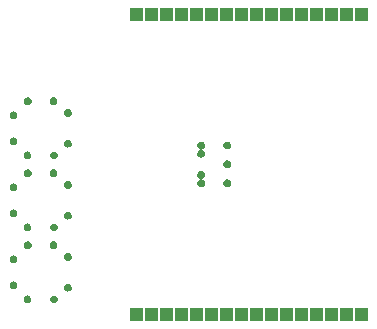
<source format=gbs>
G04 #@! TF.GenerationSoftware,KiCad,Pcbnew,(5.1.5)-3*
G04 #@! TF.CreationDate,2020-01-06T20:33:49-07:00*
G04 #@! TF.ProjectId,rf,72662e6b-6963-4616-945f-706362585858,A*
G04 #@! TF.SameCoordinates,PX811c3f0PY66a06fc*
G04 #@! TF.FileFunction,Soldermask,Bot*
G04 #@! TF.FilePolarity,Negative*
%FSLAX46Y46*%
G04 Gerber Fmt 4.6, Leading zero omitted, Abs format (unit mm)*
G04 Created by KiCad (PCBNEW (5.1.5)-3) date 2020-01-06 20:33:49*
%MOMM*%
%LPD*%
G04 APERTURE LIST*
%ADD10C,0.100000*%
G04 APERTURE END LIST*
D10*
G36*
X12214000Y-530000D02*
G01*
X11154000Y-530000D01*
X11154000Y530000D01*
X12214000Y530000D01*
X12214000Y-530000D01*
G37*
G36*
X21104000Y-530000D02*
G01*
X20044000Y-530000D01*
X20044000Y530000D01*
X21104000Y530000D01*
X21104000Y-530000D01*
G37*
G36*
X13484000Y-530000D02*
G01*
X12424000Y-530000D01*
X12424000Y530000D01*
X13484000Y530000D01*
X13484000Y-530000D01*
G37*
G36*
X14754000Y-530000D02*
G01*
X13694000Y-530000D01*
X13694000Y530000D01*
X14754000Y530000D01*
X14754000Y-530000D01*
G37*
G36*
X16024000Y-530000D02*
G01*
X14964000Y-530000D01*
X14964000Y530000D01*
X16024000Y530000D01*
X16024000Y-530000D01*
G37*
G36*
X17294000Y-530000D02*
G01*
X16234000Y-530000D01*
X16234000Y530000D01*
X17294000Y530000D01*
X17294000Y-530000D01*
G37*
G36*
X18564000Y-530000D02*
G01*
X17504000Y-530000D01*
X17504000Y530000D01*
X18564000Y530000D01*
X18564000Y-530000D01*
G37*
G36*
X19834000Y-530000D02*
G01*
X18774000Y-530000D01*
X18774000Y530000D01*
X19834000Y530000D01*
X19834000Y-530000D01*
G37*
G36*
X23644000Y-530000D02*
G01*
X22584000Y-530000D01*
X22584000Y530000D01*
X23644000Y530000D01*
X23644000Y-530000D01*
G37*
G36*
X31264000Y-530000D02*
G01*
X30204000Y-530000D01*
X30204000Y530000D01*
X31264000Y530000D01*
X31264000Y-530000D01*
G37*
G36*
X29994000Y-530000D02*
G01*
X28934000Y-530000D01*
X28934000Y530000D01*
X29994000Y530000D01*
X29994000Y-530000D01*
G37*
G36*
X28724000Y-530000D02*
G01*
X27664000Y-530000D01*
X27664000Y530000D01*
X28724000Y530000D01*
X28724000Y-530000D01*
G37*
G36*
X26184000Y-530000D02*
G01*
X25124000Y-530000D01*
X25124000Y530000D01*
X26184000Y530000D01*
X26184000Y-530000D01*
G37*
G36*
X22374000Y-530000D02*
G01*
X21314000Y-530000D01*
X21314000Y530000D01*
X22374000Y530000D01*
X22374000Y-530000D01*
G37*
G36*
X27454000Y-530000D02*
G01*
X26394000Y-530000D01*
X26394000Y530000D01*
X27454000Y530000D01*
X27454000Y-530000D01*
G37*
G36*
X24914000Y-530000D02*
G01*
X23854000Y-530000D01*
X23854000Y530000D01*
X24914000Y530000D01*
X24914000Y-530000D01*
G37*
G36*
X4754164Y1590928D02*
G01*
X4792418Y1583319D01*
X4852474Y1558442D01*
X4906523Y1522328D01*
X4952488Y1476363D01*
X4988602Y1422314D01*
X5013479Y1362258D01*
X5026160Y1298502D01*
X5026160Y1233498D01*
X5013479Y1169742D01*
X4988602Y1109686D01*
X4952488Y1055637D01*
X4906523Y1009672D01*
X4852474Y973558D01*
X4792418Y948681D01*
X4754164Y941072D01*
X4728664Y936000D01*
X4663656Y936000D01*
X4638156Y941072D01*
X4599902Y948681D01*
X4539846Y973558D01*
X4485797Y1009672D01*
X4439832Y1055637D01*
X4403718Y1109686D01*
X4378841Y1169742D01*
X4366160Y1233498D01*
X4366160Y1298502D01*
X4378841Y1362258D01*
X4403718Y1422314D01*
X4439832Y1476363D01*
X4485797Y1522328D01*
X4539846Y1558442D01*
X4599902Y1583319D01*
X4638156Y1590928D01*
X4663656Y1596000D01*
X4728664Y1596000D01*
X4754164Y1590928D01*
G37*
G36*
X2504164Y1590928D02*
G01*
X2542418Y1583319D01*
X2602474Y1558442D01*
X2656523Y1522328D01*
X2702488Y1476363D01*
X2738602Y1422314D01*
X2763479Y1362258D01*
X2776160Y1298502D01*
X2776160Y1233498D01*
X2763479Y1169742D01*
X2738602Y1109686D01*
X2702488Y1055637D01*
X2656523Y1009672D01*
X2602474Y973558D01*
X2542418Y948681D01*
X2504164Y941072D01*
X2478664Y936000D01*
X2413656Y936000D01*
X2388156Y941072D01*
X2349902Y948681D01*
X2289846Y973558D01*
X2235797Y1009672D01*
X2189832Y1055637D01*
X2153718Y1109686D01*
X2128841Y1169742D01*
X2116160Y1233498D01*
X2116160Y1298502D01*
X2128841Y1362258D01*
X2153718Y1422314D01*
X2189832Y1476363D01*
X2235797Y1522328D01*
X2289846Y1558442D01*
X2349902Y1583319D01*
X2388156Y1590928D01*
X2413656Y1596000D01*
X2478664Y1596000D01*
X2504164Y1590928D01*
G37*
G36*
X5924164Y2580928D02*
G01*
X5962418Y2573319D01*
X6022474Y2548442D01*
X6076523Y2512328D01*
X6122488Y2466363D01*
X6158602Y2412314D01*
X6183479Y2352258D01*
X6196160Y2288502D01*
X6196160Y2223498D01*
X6183479Y2159742D01*
X6158602Y2099686D01*
X6122488Y2045637D01*
X6076523Y1999672D01*
X6022474Y1963558D01*
X5962418Y1938681D01*
X5924164Y1931072D01*
X5898664Y1926000D01*
X5833656Y1926000D01*
X5808156Y1931072D01*
X5769902Y1938681D01*
X5709846Y1963558D01*
X5655797Y1999672D01*
X5609832Y2045637D01*
X5573718Y2099686D01*
X5548841Y2159742D01*
X5536160Y2223498D01*
X5536160Y2288502D01*
X5548841Y2352258D01*
X5573718Y2412314D01*
X5609832Y2466363D01*
X5655797Y2512328D01*
X5709846Y2548442D01*
X5769902Y2573319D01*
X5808156Y2580928D01*
X5833656Y2586000D01*
X5898664Y2586000D01*
X5924164Y2580928D01*
G37*
G36*
X1324164Y2780928D02*
G01*
X1362418Y2773319D01*
X1422474Y2748442D01*
X1476523Y2712328D01*
X1522488Y2666363D01*
X1558602Y2612314D01*
X1583479Y2552258D01*
X1596160Y2488502D01*
X1596160Y2423498D01*
X1583479Y2359742D01*
X1558602Y2299686D01*
X1522488Y2245637D01*
X1476523Y2199672D01*
X1422474Y2163558D01*
X1362418Y2138681D01*
X1324164Y2131072D01*
X1298664Y2126000D01*
X1233656Y2126000D01*
X1208156Y2131072D01*
X1169902Y2138681D01*
X1109846Y2163558D01*
X1055797Y2199672D01*
X1009832Y2245637D01*
X973718Y2299686D01*
X948841Y2359742D01*
X936160Y2423498D01*
X936160Y2488502D01*
X948841Y2552258D01*
X973718Y2612314D01*
X1009832Y2666363D01*
X1055797Y2712328D01*
X1109846Y2748442D01*
X1169902Y2773319D01*
X1208156Y2780928D01*
X1233656Y2786000D01*
X1298664Y2786000D01*
X1324164Y2780928D01*
G37*
G36*
X1324164Y4980928D02*
G01*
X1362418Y4973319D01*
X1422474Y4948442D01*
X1476523Y4912328D01*
X1522488Y4866363D01*
X1558602Y4812314D01*
X1583479Y4752258D01*
X1596160Y4688502D01*
X1596160Y4623498D01*
X1583479Y4559742D01*
X1558602Y4499686D01*
X1522488Y4445637D01*
X1476523Y4399672D01*
X1422474Y4363558D01*
X1362418Y4338681D01*
X1324164Y4331072D01*
X1298664Y4326000D01*
X1233656Y4326000D01*
X1208156Y4331072D01*
X1169902Y4338681D01*
X1109846Y4363558D01*
X1055797Y4399672D01*
X1009832Y4445637D01*
X973718Y4499686D01*
X948841Y4559742D01*
X936160Y4623498D01*
X936160Y4688502D01*
X948841Y4752258D01*
X973718Y4812314D01*
X1009832Y4866363D01*
X1055797Y4912328D01*
X1109846Y4948442D01*
X1169902Y4973319D01*
X1208156Y4980928D01*
X1233656Y4986000D01*
X1298664Y4986000D01*
X1324164Y4980928D01*
G37*
G36*
X5924164Y5180928D02*
G01*
X5962418Y5173319D01*
X6022474Y5148442D01*
X6076523Y5112328D01*
X6122488Y5066363D01*
X6158602Y5012314D01*
X6183479Y4952258D01*
X6196160Y4888502D01*
X6196160Y4823498D01*
X6183479Y4759742D01*
X6158602Y4699686D01*
X6122488Y4645637D01*
X6076523Y4599672D01*
X6022474Y4563558D01*
X5962418Y4538681D01*
X5924164Y4531072D01*
X5898664Y4526000D01*
X5833656Y4526000D01*
X5808156Y4531072D01*
X5769902Y4538681D01*
X5709846Y4563558D01*
X5655797Y4599672D01*
X5609832Y4645637D01*
X5573718Y4699686D01*
X5548841Y4759742D01*
X5536160Y4823498D01*
X5536160Y4888502D01*
X5548841Y4952258D01*
X5573718Y5012314D01*
X5609832Y5066363D01*
X5655797Y5112328D01*
X5709846Y5148442D01*
X5769902Y5173319D01*
X5808156Y5180928D01*
X5833656Y5186000D01*
X5898664Y5186000D01*
X5924164Y5180928D01*
G37*
G36*
X2534164Y6180928D02*
G01*
X2572418Y6173319D01*
X2632474Y6148442D01*
X2686523Y6112328D01*
X2732488Y6066363D01*
X2768602Y6012314D01*
X2793479Y5952258D01*
X2806160Y5888502D01*
X2806160Y5823498D01*
X2793479Y5759742D01*
X2768602Y5699686D01*
X2732488Y5645637D01*
X2686523Y5599672D01*
X2632474Y5563558D01*
X2572418Y5538681D01*
X2534164Y5531072D01*
X2508664Y5526000D01*
X2443656Y5526000D01*
X2418156Y5531072D01*
X2379902Y5538681D01*
X2319846Y5563558D01*
X2265797Y5599672D01*
X2219832Y5645637D01*
X2183718Y5699686D01*
X2158841Y5759742D01*
X2146160Y5823498D01*
X2146160Y5888502D01*
X2158841Y5952258D01*
X2183718Y6012314D01*
X2219832Y6066363D01*
X2265797Y6112328D01*
X2319846Y6148442D01*
X2379902Y6173319D01*
X2418156Y6180928D01*
X2443656Y6186000D01*
X2508664Y6186000D01*
X2534164Y6180928D01*
G37*
G36*
X4704164Y6180928D02*
G01*
X4742418Y6173319D01*
X4802474Y6148442D01*
X4856523Y6112328D01*
X4902488Y6066363D01*
X4938602Y6012314D01*
X4963479Y5952258D01*
X4976160Y5888502D01*
X4976160Y5823498D01*
X4963479Y5759742D01*
X4938602Y5699686D01*
X4902488Y5645637D01*
X4856523Y5599672D01*
X4802474Y5563558D01*
X4742418Y5538681D01*
X4704164Y5531072D01*
X4678664Y5526000D01*
X4613656Y5526000D01*
X4588156Y5531072D01*
X4549902Y5538681D01*
X4489846Y5563558D01*
X4435797Y5599672D01*
X4389832Y5645637D01*
X4353718Y5699686D01*
X4328841Y5759742D01*
X4316160Y5823498D01*
X4316160Y5888502D01*
X4328841Y5952258D01*
X4353718Y6012314D01*
X4389832Y6066363D01*
X4435797Y6112328D01*
X4489846Y6148442D01*
X4549902Y6173319D01*
X4588156Y6180928D01*
X4613656Y6186000D01*
X4678664Y6186000D01*
X4704164Y6180928D01*
G37*
G36*
X2504164Y7686928D02*
G01*
X2542418Y7679319D01*
X2602474Y7654442D01*
X2656523Y7618328D01*
X2702488Y7572363D01*
X2738602Y7518314D01*
X2763479Y7458258D01*
X2776160Y7394502D01*
X2776160Y7329498D01*
X2763479Y7265742D01*
X2738602Y7205686D01*
X2702488Y7151637D01*
X2656523Y7105672D01*
X2602474Y7069558D01*
X2542418Y7044681D01*
X2504164Y7037072D01*
X2478664Y7032000D01*
X2413656Y7032000D01*
X2388156Y7037072D01*
X2349902Y7044681D01*
X2289846Y7069558D01*
X2235797Y7105672D01*
X2189832Y7151637D01*
X2153718Y7205686D01*
X2128841Y7265742D01*
X2116160Y7329498D01*
X2116160Y7394502D01*
X2128841Y7458258D01*
X2153718Y7518314D01*
X2189832Y7572363D01*
X2235797Y7618328D01*
X2289846Y7654442D01*
X2349902Y7679319D01*
X2388156Y7686928D01*
X2413656Y7692000D01*
X2478664Y7692000D01*
X2504164Y7686928D01*
G37*
G36*
X4754164Y7686928D02*
G01*
X4792418Y7679319D01*
X4852474Y7654442D01*
X4906523Y7618328D01*
X4952488Y7572363D01*
X4988602Y7518314D01*
X5013479Y7458258D01*
X5026160Y7394502D01*
X5026160Y7329498D01*
X5013479Y7265742D01*
X4988602Y7205686D01*
X4952488Y7151637D01*
X4906523Y7105672D01*
X4852474Y7069558D01*
X4792418Y7044681D01*
X4754164Y7037072D01*
X4728664Y7032000D01*
X4663656Y7032000D01*
X4638156Y7037072D01*
X4599902Y7044681D01*
X4539846Y7069558D01*
X4485797Y7105672D01*
X4439832Y7151637D01*
X4403718Y7205686D01*
X4378841Y7265742D01*
X4366160Y7329498D01*
X4366160Y7394502D01*
X4378841Y7458258D01*
X4403718Y7518314D01*
X4439832Y7572363D01*
X4485797Y7618328D01*
X4539846Y7654442D01*
X4599902Y7679319D01*
X4638156Y7686928D01*
X4663656Y7692000D01*
X4728664Y7692000D01*
X4754164Y7686928D01*
G37*
G36*
X5924164Y8676928D02*
G01*
X5962418Y8669319D01*
X6022474Y8644442D01*
X6076523Y8608328D01*
X6122488Y8562363D01*
X6158602Y8508314D01*
X6183479Y8448258D01*
X6196160Y8384502D01*
X6196160Y8319498D01*
X6183479Y8255742D01*
X6158602Y8195686D01*
X6122488Y8141637D01*
X6076523Y8095672D01*
X6022474Y8059558D01*
X5962418Y8034681D01*
X5924164Y8027072D01*
X5898664Y8022000D01*
X5833656Y8022000D01*
X5808156Y8027072D01*
X5769902Y8034681D01*
X5709846Y8059558D01*
X5655797Y8095672D01*
X5609832Y8141637D01*
X5573718Y8195686D01*
X5548841Y8255742D01*
X5536160Y8319498D01*
X5536160Y8384502D01*
X5548841Y8448258D01*
X5573718Y8508314D01*
X5609832Y8562363D01*
X5655797Y8608328D01*
X5709846Y8644442D01*
X5769902Y8669319D01*
X5808156Y8676928D01*
X5833656Y8682000D01*
X5898664Y8682000D01*
X5924164Y8676928D01*
G37*
G36*
X1324164Y8876928D02*
G01*
X1362418Y8869319D01*
X1422474Y8844442D01*
X1476523Y8808328D01*
X1522488Y8762363D01*
X1558602Y8708314D01*
X1583479Y8648258D01*
X1596160Y8584502D01*
X1596160Y8519498D01*
X1583479Y8455742D01*
X1558602Y8395686D01*
X1522488Y8341637D01*
X1476523Y8295672D01*
X1422474Y8259558D01*
X1362418Y8234681D01*
X1324164Y8227072D01*
X1298664Y8222000D01*
X1233656Y8222000D01*
X1208156Y8227072D01*
X1169902Y8234681D01*
X1109846Y8259558D01*
X1055797Y8295672D01*
X1009832Y8341637D01*
X973718Y8395686D01*
X948841Y8455742D01*
X936160Y8519498D01*
X936160Y8584502D01*
X948841Y8648258D01*
X973718Y8708314D01*
X1009832Y8762363D01*
X1055797Y8808328D01*
X1109846Y8844442D01*
X1169902Y8869319D01*
X1208156Y8876928D01*
X1233656Y8882000D01*
X1298664Y8882000D01*
X1324164Y8876928D01*
G37*
G36*
X1324164Y11076928D02*
G01*
X1362418Y11069319D01*
X1422474Y11044442D01*
X1476523Y11008328D01*
X1522488Y10962363D01*
X1558602Y10908314D01*
X1583479Y10848258D01*
X1596160Y10784502D01*
X1596160Y10719498D01*
X1583479Y10655742D01*
X1558602Y10595686D01*
X1522488Y10541637D01*
X1476523Y10495672D01*
X1422474Y10459558D01*
X1362418Y10434681D01*
X1324164Y10427072D01*
X1298664Y10422000D01*
X1233656Y10422000D01*
X1208156Y10427072D01*
X1169902Y10434681D01*
X1109846Y10459558D01*
X1055797Y10495672D01*
X1009832Y10541637D01*
X973718Y10595686D01*
X948841Y10655742D01*
X936160Y10719498D01*
X936160Y10784502D01*
X948841Y10848258D01*
X973718Y10908314D01*
X1009832Y10962363D01*
X1055797Y11008328D01*
X1109846Y11044442D01*
X1169902Y11069319D01*
X1208156Y11076928D01*
X1233656Y11082000D01*
X1298664Y11082000D01*
X1324164Y11076928D01*
G37*
G36*
X5924164Y11276928D02*
G01*
X5962418Y11269319D01*
X6022474Y11244442D01*
X6076523Y11208328D01*
X6122488Y11162363D01*
X6158602Y11108314D01*
X6183479Y11048258D01*
X6196160Y10984502D01*
X6196160Y10919498D01*
X6183479Y10855742D01*
X6158602Y10795686D01*
X6122488Y10741637D01*
X6076523Y10695672D01*
X6022474Y10659558D01*
X5962418Y10634681D01*
X5924164Y10627072D01*
X5898664Y10622000D01*
X5833656Y10622000D01*
X5808156Y10627072D01*
X5769902Y10634681D01*
X5709846Y10659558D01*
X5655797Y10695672D01*
X5609832Y10741637D01*
X5573718Y10795686D01*
X5548841Y10855742D01*
X5536160Y10919498D01*
X5536160Y10984502D01*
X5548841Y11048258D01*
X5573718Y11108314D01*
X5609832Y11162363D01*
X5655797Y11208328D01*
X5709846Y11244442D01*
X5769902Y11269319D01*
X5808156Y11276928D01*
X5833656Y11282000D01*
X5898664Y11282000D01*
X5924164Y11276928D01*
G37*
G36*
X19415104Y11424928D02*
G01*
X19453358Y11417319D01*
X19513414Y11392442D01*
X19567463Y11356328D01*
X19613428Y11310363D01*
X19649542Y11256314D01*
X19674419Y11196258D01*
X19687100Y11132502D01*
X19687100Y11067498D01*
X19674419Y11003742D01*
X19649542Y10943686D01*
X19613428Y10889637D01*
X19567463Y10843672D01*
X19513414Y10807558D01*
X19453358Y10782681D01*
X19415104Y10775072D01*
X19389604Y10770000D01*
X19324596Y10770000D01*
X19299096Y10775072D01*
X19260842Y10782681D01*
X19200786Y10807558D01*
X19146737Y10843672D01*
X19100772Y10889637D01*
X19064658Y10943686D01*
X19039781Y11003742D01*
X19027100Y11067498D01*
X19027100Y11132502D01*
X19039781Y11196258D01*
X19064658Y11256314D01*
X19100772Y11310363D01*
X19146737Y11356328D01*
X19200786Y11392442D01*
X19260842Y11417319D01*
X19299096Y11424928D01*
X19324596Y11430000D01*
X19389604Y11430000D01*
X19415104Y11424928D01*
G37*
G36*
X17215104Y12124928D02*
G01*
X17253358Y12117319D01*
X17313414Y12092442D01*
X17367463Y12056328D01*
X17413428Y12010363D01*
X17449542Y11956314D01*
X17474419Y11896258D01*
X17487100Y11832502D01*
X17487100Y11767498D01*
X17474419Y11703742D01*
X17449542Y11643686D01*
X17413428Y11589637D01*
X17367463Y11543672D01*
X17313414Y11507558D01*
X17253358Y11482681D01*
X17253353Y11482680D01*
X17252520Y11482335D01*
X17246469Y11479101D01*
X17241165Y11474748D01*
X17236812Y11469445D01*
X17233578Y11463394D01*
X17231587Y11456828D01*
X17230914Y11450000D01*
X17231586Y11443172D01*
X17233578Y11436607D01*
X17236812Y11430556D01*
X17241165Y11425252D01*
X17246468Y11420899D01*
X17252520Y11417665D01*
X17253353Y11417320D01*
X17253358Y11417319D01*
X17313414Y11392442D01*
X17367463Y11356328D01*
X17413428Y11310363D01*
X17449542Y11256314D01*
X17474419Y11196258D01*
X17487100Y11132502D01*
X17487100Y11067498D01*
X17474419Y11003742D01*
X17449542Y10943686D01*
X17413428Y10889637D01*
X17367463Y10843672D01*
X17313414Y10807558D01*
X17253358Y10782681D01*
X17215104Y10775072D01*
X17189604Y10770000D01*
X17124596Y10770000D01*
X17099096Y10775072D01*
X17060842Y10782681D01*
X17000786Y10807558D01*
X16946737Y10843672D01*
X16900772Y10889637D01*
X16864658Y10943686D01*
X16839781Y11003742D01*
X16827100Y11067498D01*
X16827100Y11132502D01*
X16839781Y11196258D01*
X16864658Y11256314D01*
X16900772Y11310363D01*
X16946737Y11356328D01*
X17000786Y11392442D01*
X17060842Y11417319D01*
X17060847Y11417320D01*
X17061680Y11417665D01*
X17067731Y11420899D01*
X17073035Y11425252D01*
X17077388Y11430555D01*
X17080622Y11436606D01*
X17082613Y11443172D01*
X17083286Y11450000D01*
X17082614Y11456828D01*
X17080622Y11463393D01*
X17077388Y11469444D01*
X17073035Y11474748D01*
X17067732Y11479101D01*
X17061680Y11482335D01*
X17060847Y11482680D01*
X17060842Y11482681D01*
X17000786Y11507558D01*
X16946737Y11543672D01*
X16900772Y11589637D01*
X16864658Y11643686D01*
X16839781Y11703742D01*
X16827100Y11767498D01*
X16827100Y11832502D01*
X16839781Y11896258D01*
X16864658Y11956314D01*
X16900772Y12010363D01*
X16946737Y12056328D01*
X17000786Y12092442D01*
X17060842Y12117319D01*
X17099096Y12124928D01*
X17124596Y12130000D01*
X17189604Y12130000D01*
X17215104Y12124928D01*
G37*
G36*
X4704164Y12276928D02*
G01*
X4742418Y12269319D01*
X4802474Y12244442D01*
X4856523Y12208328D01*
X4902488Y12162363D01*
X4938602Y12108314D01*
X4963479Y12048258D01*
X4976160Y11984502D01*
X4976160Y11919498D01*
X4963479Y11855742D01*
X4938602Y11795686D01*
X4902488Y11741637D01*
X4856523Y11695672D01*
X4802474Y11659558D01*
X4742418Y11634681D01*
X4704164Y11627072D01*
X4678664Y11622000D01*
X4613656Y11622000D01*
X4588156Y11627072D01*
X4549902Y11634681D01*
X4489846Y11659558D01*
X4435797Y11695672D01*
X4389832Y11741637D01*
X4353718Y11795686D01*
X4328841Y11855742D01*
X4316160Y11919498D01*
X4316160Y11984502D01*
X4328841Y12048258D01*
X4353718Y12108314D01*
X4389832Y12162363D01*
X4435797Y12208328D01*
X4489846Y12244442D01*
X4549902Y12269319D01*
X4588156Y12276928D01*
X4613656Y12282000D01*
X4678664Y12282000D01*
X4704164Y12276928D01*
G37*
G36*
X2534164Y12276928D02*
G01*
X2572418Y12269319D01*
X2632474Y12244442D01*
X2686523Y12208328D01*
X2732488Y12162363D01*
X2768602Y12108314D01*
X2793479Y12048258D01*
X2806160Y11984502D01*
X2806160Y11919498D01*
X2793479Y11855742D01*
X2768602Y11795686D01*
X2732488Y11741637D01*
X2686523Y11695672D01*
X2632474Y11659558D01*
X2572418Y11634681D01*
X2534164Y11627072D01*
X2508664Y11622000D01*
X2443656Y11622000D01*
X2418156Y11627072D01*
X2379902Y11634681D01*
X2319846Y11659558D01*
X2265797Y11695672D01*
X2219832Y11741637D01*
X2183718Y11795686D01*
X2158841Y11855742D01*
X2146160Y11919498D01*
X2146160Y11984502D01*
X2158841Y12048258D01*
X2183718Y12108314D01*
X2219832Y12162363D01*
X2265797Y12208328D01*
X2319846Y12244442D01*
X2379902Y12269319D01*
X2418156Y12276928D01*
X2443656Y12282000D01*
X2508664Y12282000D01*
X2534164Y12276928D01*
G37*
G36*
X19415104Y13024928D02*
G01*
X19453358Y13017319D01*
X19513414Y12992442D01*
X19567463Y12956328D01*
X19613428Y12910363D01*
X19649542Y12856314D01*
X19674419Y12796258D01*
X19687100Y12732502D01*
X19687100Y12667498D01*
X19674419Y12603742D01*
X19649542Y12543686D01*
X19613428Y12489637D01*
X19567463Y12443672D01*
X19513414Y12407558D01*
X19453358Y12382681D01*
X19415104Y12375072D01*
X19389604Y12370000D01*
X19324596Y12370000D01*
X19299096Y12375072D01*
X19260842Y12382681D01*
X19200786Y12407558D01*
X19146737Y12443672D01*
X19100772Y12489637D01*
X19064658Y12543686D01*
X19039781Y12603742D01*
X19027100Y12667498D01*
X19027100Y12732502D01*
X19039781Y12796258D01*
X19064658Y12856314D01*
X19100772Y12910363D01*
X19146737Y12956328D01*
X19200786Y12992442D01*
X19260842Y13017319D01*
X19299096Y13024928D01*
X19324596Y13030000D01*
X19389604Y13030000D01*
X19415104Y13024928D01*
G37*
G36*
X4754164Y13782928D02*
G01*
X4792418Y13775319D01*
X4852474Y13750442D01*
X4906523Y13714328D01*
X4952488Y13668363D01*
X4988602Y13614314D01*
X5013479Y13554258D01*
X5026160Y13490502D01*
X5026160Y13425498D01*
X5013479Y13361742D01*
X4988602Y13301686D01*
X4952488Y13247637D01*
X4906523Y13201672D01*
X4852474Y13165558D01*
X4792418Y13140681D01*
X4754164Y13133072D01*
X4728664Y13128000D01*
X4663656Y13128000D01*
X4638156Y13133072D01*
X4599902Y13140681D01*
X4539846Y13165558D01*
X4485797Y13201672D01*
X4439832Y13247637D01*
X4403718Y13301686D01*
X4378841Y13361742D01*
X4366160Y13425498D01*
X4366160Y13490502D01*
X4378841Y13554258D01*
X4403718Y13614314D01*
X4439832Y13668363D01*
X4485797Y13714328D01*
X4539846Y13750442D01*
X4599902Y13775319D01*
X4638156Y13782928D01*
X4663656Y13788000D01*
X4728664Y13788000D01*
X4754164Y13782928D01*
G37*
G36*
X2504164Y13782928D02*
G01*
X2542418Y13775319D01*
X2602474Y13750442D01*
X2656523Y13714328D01*
X2702488Y13668363D01*
X2738602Y13614314D01*
X2763479Y13554258D01*
X2776160Y13490502D01*
X2776160Y13425498D01*
X2763479Y13361742D01*
X2738602Y13301686D01*
X2702488Y13247637D01*
X2656523Y13201672D01*
X2602474Y13165558D01*
X2542418Y13140681D01*
X2504164Y13133072D01*
X2478664Y13128000D01*
X2413656Y13128000D01*
X2388156Y13133072D01*
X2349902Y13140681D01*
X2289846Y13165558D01*
X2235797Y13201672D01*
X2189832Y13247637D01*
X2153718Y13301686D01*
X2128841Y13361742D01*
X2116160Y13425498D01*
X2116160Y13490502D01*
X2128841Y13554258D01*
X2153718Y13614314D01*
X2189832Y13668363D01*
X2235797Y13714328D01*
X2289846Y13750442D01*
X2349902Y13775319D01*
X2388156Y13782928D01*
X2413656Y13788000D01*
X2478664Y13788000D01*
X2504164Y13782928D01*
G37*
G36*
X17215104Y14624928D02*
G01*
X17253358Y14617319D01*
X17313414Y14592442D01*
X17367463Y14556328D01*
X17413428Y14510363D01*
X17449542Y14456314D01*
X17474419Y14396258D01*
X17487100Y14332502D01*
X17487100Y14267498D01*
X17474419Y14203742D01*
X17449542Y14143686D01*
X17413428Y14089637D01*
X17367463Y14043672D01*
X17313414Y14007558D01*
X17253358Y13982681D01*
X17253353Y13982680D01*
X17252520Y13982335D01*
X17246469Y13979101D01*
X17241165Y13974748D01*
X17236812Y13969445D01*
X17233578Y13963394D01*
X17231587Y13956828D01*
X17230914Y13950000D01*
X17231586Y13943172D01*
X17233578Y13936607D01*
X17236812Y13930556D01*
X17241165Y13925252D01*
X17246468Y13920899D01*
X17252520Y13917665D01*
X17253353Y13917320D01*
X17253358Y13917319D01*
X17313414Y13892442D01*
X17367463Y13856328D01*
X17413428Y13810363D01*
X17449542Y13756314D01*
X17474419Y13696258D01*
X17487100Y13632502D01*
X17487100Y13567498D01*
X17474419Y13503742D01*
X17449542Y13443686D01*
X17413428Y13389637D01*
X17367463Y13343672D01*
X17313414Y13307558D01*
X17253358Y13282681D01*
X17215104Y13275072D01*
X17189604Y13270000D01*
X17124596Y13270000D01*
X17099096Y13275072D01*
X17060842Y13282681D01*
X17000786Y13307558D01*
X16946737Y13343672D01*
X16900772Y13389637D01*
X16864658Y13443686D01*
X16839781Y13503742D01*
X16827100Y13567498D01*
X16827100Y13632502D01*
X16839781Y13696258D01*
X16864658Y13756314D01*
X16900772Y13810363D01*
X16946737Y13856328D01*
X17000786Y13892442D01*
X17060842Y13917319D01*
X17060847Y13917320D01*
X17061680Y13917665D01*
X17067731Y13920899D01*
X17073035Y13925252D01*
X17077388Y13930555D01*
X17080622Y13936606D01*
X17082613Y13943172D01*
X17083286Y13950000D01*
X17082614Y13956828D01*
X17080622Y13963393D01*
X17077388Y13969444D01*
X17073035Y13974748D01*
X17067732Y13979101D01*
X17061680Y13982335D01*
X17060847Y13982680D01*
X17060842Y13982681D01*
X17000786Y14007558D01*
X16946737Y14043672D01*
X16900772Y14089637D01*
X16864658Y14143686D01*
X16839781Y14203742D01*
X16827100Y14267498D01*
X16827100Y14332502D01*
X16839781Y14396258D01*
X16864658Y14456314D01*
X16900772Y14510363D01*
X16946737Y14556328D01*
X17000786Y14592442D01*
X17060842Y14617319D01*
X17099096Y14624928D01*
X17124596Y14630000D01*
X17189604Y14630000D01*
X17215104Y14624928D01*
G37*
G36*
X19415104Y14624928D02*
G01*
X19453358Y14617319D01*
X19513414Y14592442D01*
X19567463Y14556328D01*
X19613428Y14510363D01*
X19649542Y14456314D01*
X19674419Y14396258D01*
X19687100Y14332502D01*
X19687100Y14267498D01*
X19674419Y14203742D01*
X19649542Y14143686D01*
X19613428Y14089637D01*
X19567463Y14043672D01*
X19513414Y14007558D01*
X19453358Y13982681D01*
X19415104Y13975072D01*
X19389604Y13970000D01*
X19324596Y13970000D01*
X19299096Y13975072D01*
X19260842Y13982681D01*
X19200786Y14007558D01*
X19146737Y14043672D01*
X19100772Y14089637D01*
X19064658Y14143686D01*
X19039781Y14203742D01*
X19027100Y14267498D01*
X19027100Y14332502D01*
X19039781Y14396258D01*
X19064658Y14456314D01*
X19100772Y14510363D01*
X19146737Y14556328D01*
X19200786Y14592442D01*
X19260842Y14617319D01*
X19299096Y14624928D01*
X19324596Y14630000D01*
X19389604Y14630000D01*
X19415104Y14624928D01*
G37*
G36*
X5924164Y14772928D02*
G01*
X5962418Y14765319D01*
X6022474Y14740442D01*
X6076523Y14704328D01*
X6122488Y14658363D01*
X6158602Y14604314D01*
X6183479Y14544258D01*
X6196160Y14480502D01*
X6196160Y14415498D01*
X6183479Y14351742D01*
X6158602Y14291686D01*
X6122488Y14237637D01*
X6076523Y14191672D01*
X6022474Y14155558D01*
X5962418Y14130681D01*
X5924164Y14123072D01*
X5898664Y14118000D01*
X5833656Y14118000D01*
X5808156Y14123072D01*
X5769902Y14130681D01*
X5709846Y14155558D01*
X5655797Y14191672D01*
X5609832Y14237637D01*
X5573718Y14291686D01*
X5548841Y14351742D01*
X5536160Y14415498D01*
X5536160Y14480502D01*
X5548841Y14544258D01*
X5573718Y14604314D01*
X5609832Y14658363D01*
X5655797Y14704328D01*
X5709846Y14740442D01*
X5769902Y14765319D01*
X5808156Y14772928D01*
X5833656Y14778000D01*
X5898664Y14778000D01*
X5924164Y14772928D01*
G37*
G36*
X1324164Y14972928D02*
G01*
X1362418Y14965319D01*
X1422474Y14940442D01*
X1476523Y14904328D01*
X1522488Y14858363D01*
X1558602Y14804314D01*
X1583479Y14744258D01*
X1596160Y14680502D01*
X1596160Y14615498D01*
X1583479Y14551742D01*
X1558602Y14491686D01*
X1522488Y14437637D01*
X1476523Y14391672D01*
X1422474Y14355558D01*
X1362418Y14330681D01*
X1324164Y14323072D01*
X1298664Y14318000D01*
X1233656Y14318000D01*
X1208156Y14323072D01*
X1169902Y14330681D01*
X1109846Y14355558D01*
X1055797Y14391672D01*
X1009832Y14437637D01*
X973718Y14491686D01*
X948841Y14551742D01*
X936160Y14615498D01*
X936160Y14680502D01*
X948841Y14744258D01*
X973718Y14804314D01*
X1009832Y14858363D01*
X1055797Y14904328D01*
X1109846Y14940442D01*
X1169902Y14965319D01*
X1208156Y14972928D01*
X1233656Y14978000D01*
X1298664Y14978000D01*
X1324164Y14972928D01*
G37*
G36*
X1324164Y17172928D02*
G01*
X1362418Y17165319D01*
X1422474Y17140442D01*
X1476523Y17104328D01*
X1522488Y17058363D01*
X1558602Y17004314D01*
X1583479Y16944258D01*
X1596160Y16880502D01*
X1596160Y16815498D01*
X1583479Y16751742D01*
X1558602Y16691686D01*
X1522488Y16637637D01*
X1476523Y16591672D01*
X1422474Y16555558D01*
X1362418Y16530681D01*
X1324164Y16523072D01*
X1298664Y16518000D01*
X1233656Y16518000D01*
X1208156Y16523072D01*
X1169902Y16530681D01*
X1109846Y16555558D01*
X1055797Y16591672D01*
X1009832Y16637637D01*
X973718Y16691686D01*
X948841Y16751742D01*
X936160Y16815498D01*
X936160Y16880502D01*
X948841Y16944258D01*
X973718Y17004314D01*
X1009832Y17058363D01*
X1055797Y17104328D01*
X1109846Y17140442D01*
X1169902Y17165319D01*
X1208156Y17172928D01*
X1233656Y17178000D01*
X1298664Y17178000D01*
X1324164Y17172928D01*
G37*
G36*
X5924164Y17372928D02*
G01*
X5962418Y17365319D01*
X6022474Y17340442D01*
X6076523Y17304328D01*
X6122488Y17258363D01*
X6158602Y17204314D01*
X6183479Y17144258D01*
X6196160Y17080502D01*
X6196160Y17015498D01*
X6183479Y16951742D01*
X6158602Y16891686D01*
X6122488Y16837637D01*
X6076523Y16791672D01*
X6022474Y16755558D01*
X5962418Y16730681D01*
X5924164Y16723072D01*
X5898664Y16718000D01*
X5833656Y16718000D01*
X5808156Y16723072D01*
X5769902Y16730681D01*
X5709846Y16755558D01*
X5655797Y16791672D01*
X5609832Y16837637D01*
X5573718Y16891686D01*
X5548841Y16951742D01*
X5536160Y17015498D01*
X5536160Y17080502D01*
X5548841Y17144258D01*
X5573718Y17204314D01*
X5609832Y17258363D01*
X5655797Y17304328D01*
X5709846Y17340442D01*
X5769902Y17365319D01*
X5808156Y17372928D01*
X5833656Y17378000D01*
X5898664Y17378000D01*
X5924164Y17372928D01*
G37*
G36*
X2534164Y18372928D02*
G01*
X2572418Y18365319D01*
X2632474Y18340442D01*
X2686523Y18304328D01*
X2732488Y18258363D01*
X2768602Y18204314D01*
X2793479Y18144258D01*
X2806160Y18080502D01*
X2806160Y18015498D01*
X2793479Y17951742D01*
X2768602Y17891686D01*
X2732488Y17837637D01*
X2686523Y17791672D01*
X2632474Y17755558D01*
X2572418Y17730681D01*
X2534164Y17723072D01*
X2508664Y17718000D01*
X2443656Y17718000D01*
X2418156Y17723072D01*
X2379902Y17730681D01*
X2319846Y17755558D01*
X2265797Y17791672D01*
X2219832Y17837637D01*
X2183718Y17891686D01*
X2158841Y17951742D01*
X2146160Y18015498D01*
X2146160Y18080502D01*
X2158841Y18144258D01*
X2183718Y18204314D01*
X2219832Y18258363D01*
X2265797Y18304328D01*
X2319846Y18340442D01*
X2379902Y18365319D01*
X2418156Y18372928D01*
X2443656Y18378000D01*
X2508664Y18378000D01*
X2534164Y18372928D01*
G37*
G36*
X4704164Y18372928D02*
G01*
X4742418Y18365319D01*
X4802474Y18340442D01*
X4856523Y18304328D01*
X4902488Y18258363D01*
X4938602Y18204314D01*
X4963479Y18144258D01*
X4976160Y18080502D01*
X4976160Y18015498D01*
X4963479Y17951742D01*
X4938602Y17891686D01*
X4902488Y17837637D01*
X4856523Y17791672D01*
X4802474Y17755558D01*
X4742418Y17730681D01*
X4704164Y17723072D01*
X4678664Y17718000D01*
X4613656Y17718000D01*
X4588156Y17723072D01*
X4549902Y17730681D01*
X4489846Y17755558D01*
X4435797Y17791672D01*
X4389832Y17837637D01*
X4353718Y17891686D01*
X4328841Y17951742D01*
X4316160Y18015498D01*
X4316160Y18080502D01*
X4328841Y18144258D01*
X4353718Y18204314D01*
X4389832Y18258363D01*
X4435797Y18304328D01*
X4489846Y18340442D01*
X4549902Y18365319D01*
X4588156Y18372928D01*
X4613656Y18378000D01*
X4678664Y18378000D01*
X4704164Y18372928D01*
G37*
G36*
X12214000Y24870000D02*
G01*
X11154000Y24870000D01*
X11154000Y25930000D01*
X12214000Y25930000D01*
X12214000Y24870000D01*
G37*
G36*
X13484000Y24870000D02*
G01*
X12424000Y24870000D01*
X12424000Y25930000D01*
X13484000Y25930000D01*
X13484000Y24870000D01*
G37*
G36*
X14754000Y24870000D02*
G01*
X13694000Y24870000D01*
X13694000Y25930000D01*
X14754000Y25930000D01*
X14754000Y24870000D01*
G37*
G36*
X16024000Y24870000D02*
G01*
X14964000Y24870000D01*
X14964000Y25930000D01*
X16024000Y25930000D01*
X16024000Y24870000D01*
G37*
G36*
X24914000Y24870000D02*
G01*
X23854000Y24870000D01*
X23854000Y25930000D01*
X24914000Y25930000D01*
X24914000Y24870000D01*
G37*
G36*
X26184000Y24870000D02*
G01*
X25124000Y24870000D01*
X25124000Y25930000D01*
X26184000Y25930000D01*
X26184000Y24870000D01*
G37*
G36*
X27454000Y24870000D02*
G01*
X26394000Y24870000D01*
X26394000Y25930000D01*
X27454000Y25930000D01*
X27454000Y24870000D01*
G37*
G36*
X28724000Y24870000D02*
G01*
X27664000Y24870000D01*
X27664000Y25930000D01*
X28724000Y25930000D01*
X28724000Y24870000D01*
G37*
G36*
X29994000Y24870000D02*
G01*
X28934000Y24870000D01*
X28934000Y25930000D01*
X29994000Y25930000D01*
X29994000Y24870000D01*
G37*
G36*
X31264000Y24870000D02*
G01*
X30204000Y24870000D01*
X30204000Y25930000D01*
X31264000Y25930000D01*
X31264000Y24870000D01*
G37*
G36*
X23644000Y24870000D02*
G01*
X22584000Y24870000D01*
X22584000Y25930000D01*
X23644000Y25930000D01*
X23644000Y24870000D01*
G37*
G36*
X22374000Y24870000D02*
G01*
X21314000Y24870000D01*
X21314000Y25930000D01*
X22374000Y25930000D01*
X22374000Y24870000D01*
G37*
G36*
X21104000Y24870000D02*
G01*
X20044000Y24870000D01*
X20044000Y25930000D01*
X21104000Y25930000D01*
X21104000Y24870000D01*
G37*
G36*
X18564000Y24870000D02*
G01*
X17504000Y24870000D01*
X17504000Y25930000D01*
X18564000Y25930000D01*
X18564000Y24870000D01*
G37*
G36*
X17294000Y24870000D02*
G01*
X16234000Y24870000D01*
X16234000Y25930000D01*
X17294000Y25930000D01*
X17294000Y24870000D01*
G37*
G36*
X19834000Y24870000D02*
G01*
X18774000Y24870000D01*
X18774000Y25930000D01*
X19834000Y25930000D01*
X19834000Y24870000D01*
G37*
M02*

</source>
